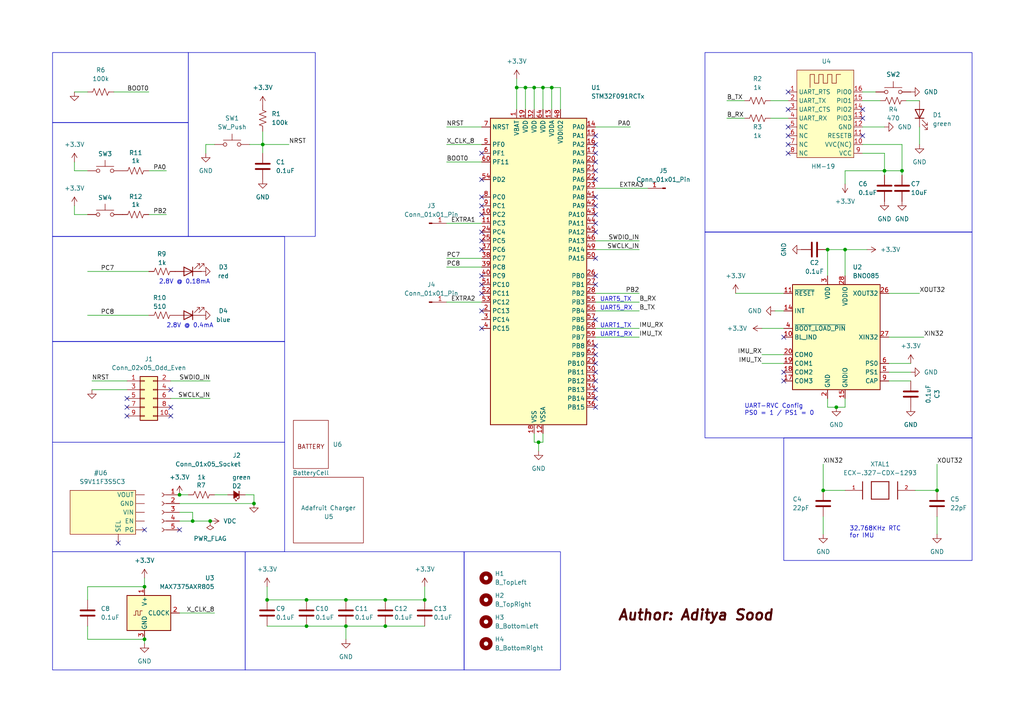
<source format=kicad_sch>
(kicad_sch (version 20230121) (generator eeschema)
  (paper "A4")
  (title_block (title "Swipe Stack Glove") (date "2024-02-12") (rev "3"))
  (lib_symbols
    (symbol "Connector:Conn_01x01_Pin" (pin_names (offset 1.016) hide)
      (property "Reference" "J" (at 0 2.54 0))
      (property "Value" "Conn_01x01_Pin" (at 0 -2.54 0))
      (symbol "Conn_01x01_Pin_1_1"
        (polyline (pts (xy 1.27 0) (xy 0.8636 0)) (stroke (width 0.1524)))
        (rectangle (start 0.8636 0.127) (end 0 -0.127) (stroke (width 0.1524)) (fill (type outline)))
        (pin passive line (at 5.08 0 180) (length 3.81) (name "Pin_1") (number "1"))
      )
    )
    (symbol "Connector:Conn_01x05_Socket" (pin_names (offset 1.016) hide)
      (property "Reference" "J" (at 0 7.62 0))
      (property "Value" "Conn_01x05_Socket" (at 0 -7.62 0))
      (symbol "Conn_01x05_Socket_1_1"
        (arc (start 0 -4.572) (mid -0.5058 -5.08) (end 0 -5.588) (stroke (width 0.1524)))
        (arc (start 0 -2.032) (mid -0.5058 -2.54) (end 0 -3.048) (stroke (width 0.1524)))
        (polyline (pts (xy -1.27 -5.08) (xy -0.508 -5.08)) (stroke (width 0.1524)))
        (polyline (pts (xy -1.27 -2.54) (xy -0.508 -2.54)) (stroke (width 0.1524)))
        (polyline (pts (xy -1.27 0) (xy -0.508 0)) (stroke (width 0.1524)))
        (polyline (pts (xy -1.27 2.54) (xy -0.508 2.54)) (stroke (width 0.1524)))
        (polyline (pts (xy -1.27 5.08) (xy -0.508 5.08)) (stroke (width 0.1524)))
        (arc (start 0 0.508) (mid -0.5058 0) (end 0 -0.508) (stroke (width 0.1524)))
        (arc (start 0 3.048) (mid -0.5058 2.54) (end 0 2.032) (stroke (width 0.1524)))
        (arc (start 0 5.588) (mid -0.5058 5.08) (end 0 4.572) (stroke (width 0.1524)))
        (pin passive line (at -5.08 5.08 0) (length 3.81) (name "Pin_1") (number "1"))
        (pin passive line (at -5.08 2.54 0) (length 3.81) (name "Pin_2") (number "2"))
        (pin passive line (at -5.08 0 0) (length 3.81) (name "Pin_3") (number "3"))
        (pin passive line (at -5.08 -2.54 0) (length 3.81) (name "Pin_4") (number "4"))
        (pin passive line (at -5.08 -5.08 0) (length 3.81) (name "Pin_5") (number "5"))
      )
    )
    (symbol "Connector_Generic:Conn_02x05_Odd_Even" (pin_names (offset 1.016) hide)
      (property "Reference" "J" (at 1.27 7.62 0))
      (property "Value" "Conn_02x05_Odd_Even" (at 1.27 -7.62 0))
      (symbol "Conn_02x05_Odd_Even_1_1"
        (rectangle (start -1.27 -4.953) (end 0 -5.207) (stroke (width 0.1524)))
        (rectangle (start -1.27 -2.413) (end 0 -2.667) (stroke (width 0.1524)))
        (rectangle (start -1.27 0.127) (end 0 -0.127) (stroke (width 0.1524)))
        (rectangle (start -1.27 2.667) (end 0 2.413) (stroke (width 0.1524)))
        (rectangle (start -1.27 5.207) (end 0 4.953) (stroke (width 0.1524)))
        (rectangle (start -1.27 6.35) (end 3.81 -6.35) (stroke (width 0.254)) (fill (type background)))
        (rectangle (start 3.81 -4.953) (end 2.54 -5.207) (stroke (width 0.1524)))
        (rectangle (start 3.81 -2.413) (end 2.54 -2.667) (stroke (width 0.1524)))
        (rectangle (start 3.81 0.127) (end 2.54 -0.127) (stroke (width 0.1524)))
        (rectangle (start 3.81 2.667) (end 2.54 2.413) (stroke (width 0.1524)))
        (rectangle (start 3.81 5.207) (end 2.54 4.953) (stroke (width 0.1524)))
        (pin passive line (at -5.08 5.08 0) (length 3.81) (name "Pin_1") (number "1"))
        (pin passive line (at 7.62 -5.08 180) (length 3.81) (name "Pin_10") (number "10"))
        (pin passive line (at 7.62 5.08 180) (length 3.81) (name "Pin_2") (number "2"))
        (pin passive line (at -5.08 2.54 0) (length 3.81) (name "Pin_3") (number "3"))
        (pin passive line (at 7.62 2.54 180) (length 3.81) (name "Pin_4") (number "4"))
        (pin passive line (at -5.08 0 0) (length 3.81) (name "Pin_5") (number "5"))
        (pin passive line (at 7.62 0 180) (length 3.81) (name "Pin_6") (number "6"))
        (pin passive line (at -5.08 -2.54 0) (length 3.81) (name "Pin_7") (number "7"))
        (pin passive line (at 7.62 -2.54 180) (length 3.81) (name "Pin_8") (number "8"))
        (pin passive line (at -5.08 -5.08 0) (length 3.81) (name "Pin_9") (number "9"))
      )
    )
    (symbol "Device:C" (pin_numbers hide) (pin_names (offset 0.254))
      (property "Reference" "C" (at 0.635 2.54 0))
      (property "Value" "C" (at 0.635 -2.54 0))
      (symbol "C_0_1"
        (polyline (pts (xy -2.032 -0.762) (xy 2.032 -0.762)) (stroke (width 0.508)))
        (polyline (pts (xy -2.032 0.762) (xy 2.032 0.762)) (stroke (width 0.508)))
      )
      (symbol "C_1_1"
        (pin passive line (at 0 3.81 270) (length 2.794) (name "~") (number "1"))
        (pin passive line (at 0 -3.81 90) (length 2.794) (name "~") (number "2"))
      )
    )
    (symbol "Device:LED" (pin_numbers hide) (pin_names (offset 1.016) hide)
      (property "Reference" "D" (at 0 2.54 0))
      (property "Value" "LED" (at 0 -2.54 0))
      (symbol "LED_0_1"
        (polyline (pts (xy -1.27 -1.27) (xy -1.27 1.27)) (stroke (width 0.254)))
        (polyline (pts (xy -1.27 0) (xy 1.27 0)))
        (polyline (pts (xy 1.27 -1.27) (xy 1.27 1.27) (xy -1.27 0) (xy 1.27 -1.27)) (stroke (width 0.254)))
        (polyline (pts (xy -3.048 -0.762) (xy -4.572 -2.286) (xy -3.81 -2.286) (xy -4.572 -2.286) (xy -4.572 -1.524)))
        (polyline (pts (xy -1.778 -0.762) (xy -3.302 -2.286) (xy -2.54 -2.286) (xy -3.302 -2.286) (xy -3.302 -1.524)))
      )
      (symbol "LED_1_1"
        (pin passive line (at -3.81 0 0) (length 2.54) (name "K") (number "1"))
        (pin passive line (at 3.81 0 180) (length 2.54) (name "A") (number "2"))
      )
    )
    (symbol "Device:R_US" (pin_numbers hide) (pin_names (offset 0))
      (property "Reference" "R" (at 2.54 0 90))
      (property "Value" "R_US" (at -2.54 0 90))
      (symbol "R_US_0_1"
        (polyline (pts (xy 0 -2.286) (xy 0 -2.54)))
        (polyline (pts (xy 0 2.286) (xy 0 2.54)))
        (polyline (pts (xy 0 -0.762) (xy 1.016 -1.143) (xy 0 -1.524) (xy -1.016 -1.905) (xy 0 -2.286)))
        (polyline (pts (xy 0 0.762) (xy 1.016 0.381) (xy 0 0) (xy -1.016 -0.381) (xy 0 -0.762)))
        (polyline (pts (xy 0 2.286) (xy 1.016 1.905) (xy 0 1.524) (xy -1.016 1.143) (xy 0 0.762)))
      )
      (symbol "R_US_1_1"
        (pin passive line (at 0 3.81 270) (length 1.27) (name "~") (number "1"))
        (pin passive line (at 0 -3.81 90) (length 1.27) (name "~") (number "2"))
      )
    )
    (symbol "ECX-.327-CDX-1293:ECX-.327-CDX-1293" (pin_names (offset 1.016))
      (property "Reference" "XTAL" (at -5.08 3.302 0))
      (property "Value" "ECX-.327-CDX-1293" (at -5.08 -5.08 0))
      (symbol "ECX-.327-CDX-1293_0_0"
        (polyline (pts (xy -5.08 2.54) (xy -5.08 -2.54)) (stroke (width 0.254)))
        (polyline (pts (xy -2.54 -2.54) (xy 2.54 -2.54)) (stroke (width 0.254)))
        (polyline (pts (xy -2.54 2.54) (xy -2.54 -2.54)) (stroke (width 0.254)))
        (polyline (pts (xy 2.54 -2.54) (xy 2.54 2.54)) (stroke (width 0.254)))
        (polyline (pts (xy 2.54 2.54) (xy -2.54 2.54)) (stroke (width 0.254)))
        (polyline (pts (xy 5.08 2.54) (xy 5.08 -2.54)) (stroke (width 0.254)))
        (pin passive line (at -10.16 0 0) (length 5.08) (name "~") (number "1"))
        (pin passive line (at 10.16 0 180) (length 5.08) (name "~") (number "2"))
      )
    )
    (symbol "GlovePCB:USB_Charger"
      (property "Reference" "U5" (at -1.27 7.62 0))
      (property "Value" "Adafruit Charger" (at 0 10.16 0))
      (symbol "USB_Charger_0_1"
        (rectangle (start -10.16 19.05) (end 10.16 0))
      )
    )
    (symbol "GlovePCB:battery_cell"
      (property "Reference" "U" (at 0 0 0))
      (symbol "battery_cell_0_1"
        (rectangle (start -5.08 15.24) (end 5.08 1.27))
      )
      (symbol "battery_cell_1_1"
        (text "BATTERY" (at 0 7.62 0) (effects (font (size 1.27 1.27))))
      )
    )
    (symbol "HM-19_1"
      (property "Reference" "U4" (at -0.3326 16.51 0))
      (property "Value" "HM-19" (at -1.27 -13.97 0))
      (symbol "HM-19_1_1_1"
        (rectangle (start -8.89 13.97) (end 7.62 -11.43) (fill (type background)))
        (polyline (pts (xy -5.08 8.89) (xy -5.08 12.7) (xy -3.81 12.7) (xy -3.81 10.16) (xy -2.54 10.16) (xy -2.54 12.7) (xy -1.27 12.7) (xy -1.27 10.16) (xy 0 10.16) (xy 0 12.7) (xy 1.27 12.7) (xy 1.27 10.16) (xy 2.54 10.16) (xy 2.54 12.7) (xy 3.81 12.7)))
        (pin input line (at -11.43 7.62 0) (length 2.54) (name "UART_RTS") (number "1"))
        (pin power_in line (at 10.16 -7.62 180) (length 2.54) (name "VVC(NC)") (number "10"))
        (pin free line (at 10.16 -5.08 180) (length 2.54) (name "RESETB") (number "11"))
        (pin power_in line (at 10.16 -2.54 180) (length 2.54) (name "GND") (number "12"))
        (pin bidirectional line (at 10.16 0 180) (length 2.54) (name "PIO3") (number "13"))
        (pin bidirectional line (at 10.16 2.54 180) (length 2.54) (name "PIO2") (number "14"))
        (pin bidirectional line (at 10.16 5.08 180) (length 2.54) (name "PIO1") (number "15"))
        (pin bidirectional line (at 10.16 7.62 180) (length 2.54) (name "PIO0") (number "16"))
        (pin output line (at -11.43 5.08 0) (length 2.54) (name "UART_TX") (number "2"))
        (pin input line (at -11.43 2.54 0) (length 2.54) (name "UART_CTS") (number "3"))
        (pin input line (at -11.43 0 0) (length 2.54) (name "UART_RX") (number "4"))
        (pin input line (at -11.43 -2.54 0) (length 2.54) (name "NC") (number "5"))
        (pin input line (at -11.43 -5.08 0) (length 2.54) (name "NC") (number "6"))
        (pin input line (at -11.43 -7.62 0) (length 2.54) (name "NC") (number "7"))
        (pin input line (at -11.43 -10.16 0) (length 2.54) (name "NC") (number "8"))
        (pin power_in line (at 10.16 -10.16 180) (length 2.54) (name "VCC") (number "9"))
      )
    )
    (symbol "IMU:V_Regulator"
      (property "Reference" "U6" (at 0 10.16 0))
      (property "Value" "Voltage Regulator" (at 0 15.24 0))
      (symbol "V_Regulator_1_1"
        (rectangle (start -8.89 12.7) (end 10.16 0) (fill (type background)))
        (pin bidirectional line (at 12.7 3.81 180) (length 2.54) (name "EN") (number ""))
        (pin power_in line (at 12.7 8.89 180) (length 2.54) (name "GND") (number ""))
        (pin bidirectional line (at 12.7 1.27 180) (length 2.54) (name "PG") (number ""))
        (pin bidirectional line (at 5.08 -2.54 90) (length 2.54) (name "SEL") (number ""))
        (pin bidirectional line (at 12.7 6.35 180) (length 2.54) (name "VIN") (number ""))
        (pin power_out line (at 12.7 11.43 180) (length 2.54) (name "VOUT") (number ""))
      )
    )
    (symbol "MCU_ST_STM32F0:STM32F091RCTx"
      (property "Reference" "U" (at -12.7 46.99 0))
      (property "Value" "STM32F091RCTx" (at 10.16 46.99 0))
      (symbol "STM32F091RCTx_0_1"
        (rectangle (start -12.7 -43.18) (end 15.24 45.72) (stroke (width 0.254)) (fill (type background)))
      )
      (symbol "STM32F091RCTx_1_1"
        (pin power_in line (at -5.08 48.26 270) (length 2.54) (name "VBAT") (number "1"))
        (pin bidirectional line (at -15.24 17.78 0) (length 2.54) (name "PC2") (number "10"))
        (pin bidirectional line (at -15.24 15.24 0) (length 2.54) (name "PC3") (number "11"))
        (pin power_in line (at 2.54 -45.72 90) (length 2.54) (name "VSSA") (number "12"))
        (pin power_in line (at 5.08 48.26 270) (length 2.54) (name "VDDA") (number "13"))
        (pin bidirectional line (at 17.78 43.18 180) (length 2.54) (name "PA0") (number "14"))
        (pin bidirectional line (at 17.78 40.64 180) (length 2.54) (name "PA1") (number "15"))
        (pin bidirectional line (at 17.78 38.1 180) (length 2.54) (name "PA2") (number "16"))
        (pin bidirectional line (at 17.78 35.56 180) (length 2.54) (name "PA3") (number "17"))
        (pin power_in line (at 0 -45.72 90) (length 2.54) (name "VSS") (number "18"))
        (pin power_in line (at -2.54 48.26 270) (length 2.54) (name "VDD") (number "19"))
        (pin bidirectional line (at -15.24 -10.16 0) (length 2.54) (name "PC13") (number "2"))
        (pin bidirectional line (at 17.78 33.02 180) (length 2.54) (name "PA4") (number "20"))
        (pin bidirectional line (at 17.78 30.48 180) (length 2.54) (name "PA5") (number "21"))
        (pin bidirectional line (at 17.78 27.94 180) (length 2.54) (name "PA6") (number "22"))
        (pin bidirectional line (at 17.78 25.4 180) (length 2.54) (name "PA7") (number "23"))
        (pin bidirectional line (at -15.24 12.7 0) (length 2.54) (name "PC4") (number "24"))
        (pin bidirectional line (at -15.24 10.16 0) (length 2.54) (name "PC5") (number "25"))
        (pin bidirectional line (at 17.78 0 180) (length 2.54) (name "PB0") (number "26"))
        (pin bidirectional line (at 17.78 -2.54 180) (length 2.54) (name "PB1") (number "27"))
        (pin bidirectional line (at 17.78 -5.08 180) (length 2.54) (name "PB2") (number "28"))
        (pin bidirectional line (at 17.78 -25.4 180) (length 2.54) (name "PB10") (number "29"))
        (pin bidirectional line (at -15.24 -12.7 0) (length 2.54) (name "PC14") (number "3"))
        (pin bidirectional line (at 17.78 -27.94 180) (length 2.54) (name "PB11") (number "30"))
        (pin passive line (at 0 -45.72 90) (length 2.54) hide (name "VSS") (number "31"))
        (pin power_in line (at 0 48.26 270) (length 2.54) (name "VDD") (number "32"))
        (pin bidirectional line (at 17.78 -30.48 180) (length 2.54) (name "PB12") (number "33"))
        (pin bidirectional line (at 17.78 -33.02 180) (length 2.54) (name "PB13") (number "34"))
        (pin bidirectional line (at 17.78 -35.56 180) (length 2.54) (name "PB14") (number "35"))
        (pin bidirectional line (at 17.78 -38.1 180) (length 2.54) (name "PB15") (number "36"))
        (pin bidirectional line (at -15.24 7.62 0) (length 2.54) (name "PC6") (number "37"))
        (pin bidirectional line (at -15.24 5.08 0) (length 2.54) (name "PC7") (number "38"))
        (pin bidirectional line (at -15.24 2.54 0) (length 2.54) (name "PC8") (number "39"))
        (pin bidirectional line (at -15.24 -15.24 0) (length 2.54) (name "PC15") (number "4"))
        (pin bidirectional line (at -15.24 0 0) (length 2.54) (name "PC9") (number "40"))
        (pin bidirectional line (at 17.78 22.86 180) (length 2.54) (name "PA8") (number "41"))
        (pin bidirectional line (at 17.78 20.32 180) (length 2.54) (name "PA9") (number "42"))
        (pin bidirectional line (at 17.78 17.78 180) (length 2.54) (name "PA10") (number "43"))
        (pin bidirectional line (at 17.78 15.24 180) (length 2.54) (name "PA11") (number "44"))
        (pin bidirectional line (at 17.78 12.7 180) (length 2.54) (name "PA12") (number "45"))
        (pin bidirectional line (at 17.78 10.16 180) (length 2.54) (name "PA13") (number "46"))
        (pin passive line (at 0 -45.72 90) (length 2.54) hide (name "VSS") (number "47"))
        (pin power_in line (at 7.62 48.26 270) (length 2.54) (name "VDDIO2") (number "48"))
        (pin bidirectional line (at 17.78 7.62 180) (length 2.54) (name "PA14") (number "49"))
        (pin bidirectional line (at -15.24 38.1 0) (length 2.54) (name "PF0") (number "5"))
        (pin bidirectional line (at 17.78 5.08 180) (length 2.54) (name "PA15") (number "50"))
        (pin bidirectional line (at -15.24 -2.54 0) (length 2.54) (name "PC10") (number "51"))
        (pin bidirectional line (at -15.24 -5.08 0) (length 2.54) (name "PC11") (number "52"))
        (pin bidirectional line (at -15.24 -7.62 0) (length 2.54) (name "PC12") (number "53"))
        (pin bidirectional line (at -15.24 27.94 0) (length 2.54) (name "PD2") (number "54"))
        (pin bidirectional line (at 17.78 -7.62 180) (length 2.54) (name "PB3") (number "55"))
        (pin bidirectional line (at 17.78 -10.16 180) (length 2.54) (name "PB4") (number "56"))
        (pin bidirectional line (at 17.78 -12.7 180) (length 2.54) (name "PB5") (number "57"))
        (pin bidirectional line (at 17.78 -15.24 180) (length 2.54) (name "PB6") (number "58"))
        (pin bidirectional line (at 17.78 -17.78 180) (length 2.54) (name "PB7") (number "59"))
        (pin bidirectional line (at -15.24 35.56 0) (length 2.54) (name "PF1") (number "6"))
        (pin bidirectional line (at -15.24 33.02 0) (length 2.54) (name "PF11") (number "60"))
        (pin bidirectional line (at 17.78 -20.32 180) (length 2.54) (name "PB8") (number "61"))
        (pin bidirectional line (at 17.78 -22.86 180) (length 2.54) (name "PB9") (number "62"))
        (pin passive line (at 0 -45.72 90) (length 2.54) hide (name "VSS") (number "63"))
        (pin power_in line (at 2.54 48.26 270) (length 2.54) (name "VDD") (number "64"))
        (pin input line (at -15.24 43.18 0) (length 2.54) (name "NRST") (number "7"))
        (pin bidirectional line (at -15.24 22.86 0) (length 2.54) (name "PC0") (number "8"))
        (pin bidirectional line (at -15.24 20.32 0) (length 2.54) (name "PC1") (number "9"))
      )
    )
    (symbol "Mechanical:MountingHole" (pin_names (offset 1.016))
      (property "Reference" "H" (at 0 5.08 0))
      (property "Value" "MountingHole" (at 0 3.175 0))
      (symbol "MountingHole_0_1"
        (circle (center 0 0) (radius 1.27) (stroke (width 1.27)))
      )
    )
    (symbol "Oscillator:MAX7375AXR805" (pin_names (offset 0.254))
      (property "Reference" "U" (at -2.54 6.35 0))
      (property "Value" "MAX7375AXR805" (at 1.27 -6.35 0))
      (symbol "MAX7375AXR805_0_1"
        (rectangle (start -5.08 5.08) (end 7.62 -5.08) (stroke (width 0.254)) (fill (type background)))
        (polyline (pts (xy -3.175 -0.635) (xy -2.54 -0.635) (xy -2.54 0.635) (xy -1.905 0.635) (xy -1.905 -0.635) (xy -1.27 -0.635) (xy -1.27 0.635) (xy -0.635 0.635)))
      )
      (symbol "MAX7375AXR805_1_1"
        (pin power_in line (at 0 7.62 270) (length 2.54) (name "V+") (number "1"))
        (pin output line (at 10.16 0 180) (length 2.54) (name "CLOCK") (number "2"))
        (pin power_in line (at 0 -7.62 90) (length 2.54) (name "GND") (number "3"))
      )
    )
    (symbol "Sensor_Motion:BNO055"
      (property "Reference" "U" (at -11.43 16.51 0))
      (property "Value" "BNO055" (at 12.7 16.51 0))
      (symbol "BNO055_0_1"
        (rectangle (start -12.7 15.24) (end 12.7 -15.24) (stroke (width 0.254)) (fill (type background)))
      )
      (symbol "BNO055_1_1"
        (pin no_connect line (at -12.7 10.16 0) (length 2.54) hide (name "PIN1") (number "1"))
        (pin output line (at -15.24 0 0) (length 2.54) (name "BL_IND") (number "10"))
        (pin input line (at -15.24 12.7 0) (length 2.54) (name "~{RESET}") (number "11"))
        (pin no_connect line (at 12.7 10.16 180) (length 2.54) hide (name "PIN12") (number "12"))
        (pin no_connect line (at 12.7 7.62 180) (length 2.54) hide (name "PIN13") (number "13"))
        (pin output line (at -15.24 7.62 0) (length 2.54) (name "INT") (number "14"))
        (pin power_in line (at 2.54 -17.78 90) (length 2.54) (name "GNDIO") (number "15"))
        (pin passive line (at 2.54 -17.78 90) (length 2.54) hide (name "GNDIO") (number "16"))
        (pin input line (at -15.24 -12.7 0) (length 2.54) (name "COM3") (number "17"))
        (pin passive line (at -15.24 -10.16 0) (length 2.54) (name "COM2") (number "18"))
        (pin bidirectional line (at -15.24 -7.62 0) (length 2.54) (name "COM1") (number "19"))
        (pin power_in line (at -2.54 -17.78 90) (length 2.54) (name "GND") (number "2"))
        (pin bidirectional line (at -15.24 -5.08 0) (length 2.54) (name "COM0") (number "20"))
        (pin no_connect line (at 12.7 5.08 180) (length 2.54) hide (name "PIN21") (number "21"))
        (pin no_connect line (at 12.7 2.54 180) (length 2.54) hide (name "PIN22") (number "22"))
        (pin no_connect line (at 12.7 -2.54 180) (length 2.54) hide (name "PIN23") (number "23"))
        (pin no_connect line (at 12.7 -5.08 180) (length 2.54) hide (name "PIN24") (number "24"))
        (pin passive line (at 2.54 -17.78 90) (length 2.54) hide (name "GNDIO") (number "25"))
        (pin output line (at 15.24 12.7 180) (length 2.54) (name "XOUT32") (number "26"))
        (pin input line (at 15.24 0 180) (length 2.54) (name "XIN32") (number "27"))
        (pin power_in line (at 2.54 17.78 270) (length 2.54) (name "VDDIO") (number "28"))
        (pin power_in line (at -2.54 17.78 270) (length 2.54) (name "VDD") (number "3"))
        (pin input line (at -15.24 2.54 0) (length 2.54) (name "~{BOOT_LOAD_PIN}") (number "4"))
        (pin input line (at 15.24 -10.16 180) (length 2.54) (name "PS1") (number "5"))
        (pin input line (at 15.24 -7.62 180) (length 2.54) (name "PS0") (number "6"))
        (pin no_connect line (at -12.7 5.08 0) (length 2.54) hide (name "PIN7") (number "7"))
        (pin no_connect line (at -12.7 -2.54 0) (length 2.54) hide (name "PIN8") (number "8"))
        (pin passive line (at 15.24 -12.7 180) (length 2.54) (name "CAP") (number "9"))
      )
    )
    (symbol "Switch:SW_Push" (pin_numbers hide) (pin_names (offset 1.016) hide)
      (property "Reference" "SW" (at 1.27 2.54 0))
      (property "Value" "SW_Push" (at 0 -1.524 0))
      (symbol "SW_Push_0_1"
        (circle (center -2.032 0) (radius 0.508))
        (polyline (pts (xy 0 1.27) (xy 0 3.048)))
        (polyline (pts (xy 2.54 1.27) (xy -2.54 1.27)))
        (circle (center 2.032 0) (radius 0.508))
        (pin passive line (at -5.08 0 0) (length 2.54) (name "1") (number "1"))
        (pin passive line (at 5.08 0 180) (length 2.54) (name "2") (number "2"))
      )
    )
    (symbol "power:+3.3V" (power) (pin_names (offset 0))
      (property "Value" "+3.3V" (at 0 3.556 0))
      (symbol "+3.3V_0_1"
        (polyline (pts (xy -0.762 1.27) (xy 0 2.54)))
        (polyline (pts (xy 0 0) (xy 0 2.54)))
        (polyline (pts (xy 0 2.54) (xy 0.762 1.27)))
      )
      (symbol "+3.3V_1_1"
        (pin power_in line (at 0 0 90) (length 0) hide (name "+3.3V") (number "1"))
      )
    )
    (symbol "power:GND" (power) (pin_names (offset 0))
      (property "Value" "GND" (at 0 -3.81 0))
      (symbol "GND_0_1"
        (polyline (pts (xy 0 0) (xy 0 -1.27) (xy 1.27 -1.27) (xy 0 -2.54) (xy -1.27 -1.27) (xy 0 -1.27)))
      )
      (symbol "GND_1_1"
        (pin power_in line (at 0 0 270) (length 0) hide (name "GND") (number "1"))
      )
    )
    (symbol "power:PWR_FLAG" (power) (pin_numbers hide) (pin_names (offset 0) hide)
      (property "Value" "PWR_FLAG" (at 0 3.81 0))
      (symbol "PWR_FLAG_0_0"
        (pin power_out line (at 0 0 90) (length 0) (name "pwr") (number "1"))
      )
      (symbol "PWR_FLAG_0_1"
        (polyline (pts (xy 0 0) (xy 0 1.27) (xy -1.016 1.905) (xy 0 2.54) (xy 1.016 1.905) (xy 0 1.27)))
      )
    )
    (symbol "power:VDC" (power) (pin_names (offset 0))
      (property "Value" "VDC" (at 0 6.35 0))
      (symbol "VDC_0_1"
        (polyline (pts (xy -0.762 1.27) (xy 0 2.54)))
        (polyline (pts (xy 0 0) (xy 0 2.54)))
        (polyline (pts (xy 0 2.54) (xy 0.762 1.27)))
      )
      (symbol "VDC_1_1"
        (pin power_in line (at 0 0 90) (length 0) hide (name "VDC") (number "1"))
      )
    )
    (symbol "stm32f091-rescue:LED_Small_ALT-Device" (pin_numbers hide) (pin_names (offset 0.254) hide)
      (property "Reference" "D" (at -1.27 3.175 0))
      (property "Value" "Device_LED_Small_ALT" (at -4.445 -2.54 0))
      (symbol "LED_Small_ALT-Device_0_1"
        (polyline (pts (xy -0.762 -1.016) (xy -0.762 1.016)) (stroke (width 0.254)))
        (polyline (pts (xy 1.016 0) (xy -0.762 0)))
        (polyline (pts (xy 0.762 -1.016) (xy -0.762 0) (xy 0.762 1.016) (xy 0.762 -1.016)) (stroke (width 0.254)) (fill (type outline)))
        (polyline (pts (xy 0 0.762) (xy -0.508 1.27) (xy -0.254 1.27) (xy -0.508 1.27) (xy -0.508 1.016)))
        (polyline (pts (xy 0.508 1.27) (xy 0 1.778) (xy 0.254 1.778) (xy 0 1.778) (xy 0 1.524)))
      )
      (symbol "LED_Small_ALT-Device_1_1"
        (pin passive line (at -2.54 0 0) (length 1.778) (name "K") (number "1"))
        (pin passive line (at 2.54 0 180) (length 1.778) (name "A") (number "2"))
      )
    )
  )
  (junction (at 88.9 181.61))
  (junction (at 240.03 72.39))
  (junction (at 55.88 151.13))
  (junction (at 160.02 25.4))
  (junction (at 149.86 25.4))
  (junction (at 157.48 25.4))
  (junction (at 242.57 118.11))
  (junction (at 156.21 128.27))
  (junction (at 256.54 49.53))
  (junction (at 271.78 142.24))
  (junction (at 154.94 25.4))
  (junction (at 100.33 173.99))
  (junction (at 41.91 185.42))
  (junction (at 77.47 173.99))
  (junction (at 76.2 41.91))
  (junction (at 123.19 173.99))
  (junction (at 111.76 173.99))
  (junction (at 88.9 173.99))
  (junction (at 73.66 146.05))
  (junction (at 52.07 143.51))
  (junction (at 245.11 72.39))
  (junction (at 111.76 181.61))
  (junction (at 41.91 170.18))
  (junction (at 238.76 142.24))
  (junction (at 60.96 151.13))
  (junction (at 261.62 49.53))
  (junction (at 152.4 25.4))
  (junction (at 100.33 181.61))
  (no_connect (at 172.72 62.23))
  (no_connect (at 172.72 57.15))
  (no_connect (at 139.7 95.25))
  (no_connect (at 227.33 107.95))
  (no_connect (at 228.6 26.67))
  (no_connect (at 139.7 62.23))
  (no_connect (at 172.72 105.41))
  (no_connect (at 139.7 85.09))
  (no_connect (at 172.72 82.55))
  (no_connect (at 250.19 34.29))
  (no_connect (at 36.83 118.11))
  (no_connect (at 41.91 153.67))
  (no_connect (at 139.7 72.39))
  (no_connect (at 139.7 80.01))
  (no_connect (at 139.7 52.07))
  (no_connect (at 228.6 36.83))
  (no_connect (at 172.72 92.71))
  (no_connect (at 250.19 39.37))
  (no_connect (at 172.72 115.57))
  (no_connect (at 139.7 69.85))
  (no_connect (at 139.7 44.45))
  (no_connect (at 172.72 41.91))
  (no_connect (at 172.72 39.37))
  (no_connect (at 172.72 74.93))
  (no_connect (at 172.72 44.45))
  (no_connect (at 172.72 107.95))
  (no_connect (at 227.33 97.79))
  (no_connect (at 139.7 82.55))
  (no_connect (at 172.72 118.11))
  (no_connect (at 227.33 110.49))
  (no_connect (at 172.72 52.07))
  (no_connect (at 228.6 31.75))
  (no_connect (at 172.72 102.87))
  (no_connect (at 36.83 120.65))
  (no_connect (at 172.72 113.03))
  (no_connect (at 52.07 153.67))
  (no_connect (at 172.72 64.77))
  (no_connect (at 49.53 118.11))
  (no_connect (at 49.53 113.03))
  (no_connect (at 49.53 120.65))
  (no_connect (at 172.72 110.49))
  (no_connect (at 139.7 57.15))
  (no_connect (at 172.72 67.31))
  (no_connect (at 228.6 44.45))
  (no_connect (at 250.19 31.75))
  (no_connect (at 172.72 80.01))
  (no_connect (at 228.6 39.37))
  (no_connect (at 228.6 41.91))
  (no_connect (at 139.7 59.69))
  (no_connect (at 139.7 90.17))
  (no_connect (at 172.72 100.33))
  (no_connect (at 139.7 67.31))
  (no_connect (at 34.29 157.48))
  (no_connect (at 172.72 46.99))
  (no_connect (at 172.72 59.69))
  (no_connect (at 172.72 49.53))
  (no_connect (at 36.83 115.57))
  (wire (pts (xy 257.81 105.41) (xy 264.16 105.41)))
  (wire (pts (xy 224.79 90.17) (xy 227.33 90.17)))
  (wire (pts (xy 210.82 29.21) (xy 215.9 29.21)))
  (wire (pts (xy 73.66 143.51) (xy 73.66 146.05)))
  (wire (pts (xy 250.19 26.67) (xy 254 26.67)))
  (wire (pts (xy 156.21 128.27) (xy 157.48 128.27)))
  (wire (pts (xy 43.18 62.23) (xy 48.26 62.23)))
  (wire (pts (xy 100.33 173.99) (xy 111.76 173.99)))
  (wire (pts (xy 160.02 25.4) (xy 162.56 25.4)))
  (wire (pts (xy 250.19 29.21) (xy 255.27 29.21)))
  (wire (pts (xy 72.39 41.91) (xy 76.2 41.91)))
  (wire (pts (xy 71.12 143.51) (xy 73.66 143.51)))
  (wire (pts (xy 240.03 72.39) (xy 245.11 72.39)))
  (wire (pts (xy 129.54 41.91) (xy 139.7 41.91)))
  (wire (pts (xy 52.07 146.05) (xy 73.66 146.05)))
  (wire (pts (xy 157.48 25.4) (xy 160.02 25.4)))
  (wire (pts (xy 25.4 170.18) (xy 25.4 173.99)))
  (wire (pts (xy 172.72 97.79) (xy 185.42 97.79)))
  (wire (pts (xy 100.33 181.61) (xy 100.33 185.42)))
  (wire (pts (xy 26.67 113.03) (xy 36.83 113.03)))
  (wire (pts (xy 240.03 72.39) (xy 240.03 80.01)))
  (wire (pts (xy 213.36 85.09) (xy 227.33 85.09)))
  (wire (pts (xy 250.19 36.83) (xy 256.54 36.83)))
  (wire (pts (xy 245.11 72.39) (xy 251.46 72.39)))
  (wire (pts (xy 250.19 41.91) (xy 261.62 41.91)))
  (wire (pts (xy 262.89 29.21) (xy 266.7 29.21)))
  (wire (pts (xy 21.59 46.99) (xy 21.59 49.53)))
  (wire (pts (xy 157.48 125.73) (xy 157.48 128.27)))
  (wire (pts (xy 26.67 110.49) (xy 36.83 110.49)))
  (wire (pts (xy 172.72 85.09) (xy 185.42 85.09)))
  (wire (pts (xy 223.52 34.29) (xy 228.6 34.29)))
  (wire (pts (xy 172.72 95.25) (xy 185.42 95.25)))
  (wire (pts (xy 149.86 22.86) (xy 149.86 25.4)))
  (wire (pts (xy 152.4 31.75) (xy 152.4 25.4)))
  (wire (pts (xy 129.54 77.47) (xy 139.7 77.47)))
  (wire (pts (xy 33.02 26.67) (xy 43.18 26.67)))
  (wire (pts (xy 223.52 29.21) (xy 228.6 29.21)))
  (wire (pts (xy 220.98 95.25) (xy 227.33 95.25)))
  (wire (pts (xy 21.59 59.69) (xy 21.59 62.23)))
  (wire (pts (xy 238.76 134.62) (xy 238.76 142.24)))
  (wire (pts (xy 21.59 62.23) (xy 25.4 62.23)))
  (wire (pts (xy 172.72 54.61) (xy 187.96 54.61)))
  (wire (pts (xy 77.47 170.18) (xy 77.47 173.99)))
  (wire (pts (xy 156.21 128.27) (xy 156.21 130.81)))
  (wire (pts (xy 210.82 34.29) (xy 215.9 34.29)))
  (wire (pts (xy 172.72 36.83) (xy 182.88 36.83)))
  (wire (pts (xy 238.76 142.24) (xy 245.11 142.24)))
  (wire (pts (xy 265.43 142.24) (xy 271.78 142.24)))
  (wire (pts (xy 157.48 31.75) (xy 157.48 25.4)))
  (wire (pts (xy 238.76 149.86) (xy 238.76 154.94)))
  (wire (pts (xy 25.4 181.61) (xy 25.4 185.42)))
  (wire (pts (xy 257.81 97.79) (xy 267.97 97.79)))
  (wire (pts (xy 41.91 170.18) (xy 25.4 170.18)))
  (wire (pts (xy 88.9 181.61) (xy 100.33 181.61)))
  (wire (pts (xy 41.91 185.42) (xy 41.91 186.69)))
  (wire (pts (xy 172.72 87.63) (xy 185.42 87.63)))
  (wire (pts (xy 43.18 49.53) (xy 48.26 49.53)))
  (wire (pts (xy 154.94 125.73) (xy 154.94 128.27)))
  (wire (pts (xy 257.81 110.49) (xy 264.16 110.49)))
  (wire (pts (xy 76.2 41.91) (xy 76.2 44.45)))
  (wire (pts (xy 88.9 173.99) (xy 100.33 173.99)))
  (wire (pts (xy 41.91 167.64) (xy 41.91 170.18)))
  (wire (pts (xy 154.94 31.75) (xy 154.94 25.4)))
  (wire (pts (xy 266.7 36.83) (xy 266.7 41.91)))
  (wire (pts (xy 162.56 31.75) (xy 162.56 25.4)))
  (wire (pts (xy 240.03 118.11) (xy 242.57 118.11)))
  (wire (pts (xy 52.07 151.13) (xy 55.88 151.13)))
  (wire (pts (xy 55.88 151.13) (xy 60.96 151.13)))
  (wire (pts (xy 129.54 64.77) (xy 139.7 64.77)))
  (wire (pts (xy 129.54 74.93) (xy 139.7 74.93)))
  (wire (pts (xy 152.4 25.4) (xy 154.94 25.4)))
  (wire (pts (xy 149.86 25.4) (xy 149.86 31.75)))
  (wire (pts (xy 21.59 26.67) (xy 25.4 26.67)))
  (wire (pts (xy 111.76 181.61) (xy 123.19 181.61)))
  (wire (pts (xy 240.03 115.57) (xy 240.03 118.11)))
  (wire (pts (xy 245.11 115.57) (xy 245.11 118.11)))
  (wire (pts (xy 172.72 69.85) (xy 185.42 69.85)))
  (wire (pts (xy 77.47 173.99) (xy 88.9 173.99)))
  (wire (pts (xy 129.54 36.83) (xy 139.7 36.83)))
  (wire (pts (xy 250.19 44.45) (xy 256.54 44.45)))
  (wire (pts (xy 172.72 90.17) (xy 185.42 90.17)))
  (wire (pts (xy 271.78 149.86) (xy 271.78 154.94)))
  (wire (pts (xy 245.11 49.53) (xy 245.11 53.34)))
  (wire (pts (xy 76.2 41.91) (xy 76.2 38.1)))
  (wire (pts (xy 100.33 181.61) (xy 111.76 181.61)))
  (wire (pts (xy 43.18 91.44) (xy 25.4 91.44)))
  (wire (pts (xy 261.62 41.91) (xy 261.62 49.53)))
  (wire (pts (xy 154.94 128.27) (xy 156.21 128.27)))
  (wire (pts (xy 52.07 143.51) (xy 54.61 143.51)))
  (wire (pts (xy 77.47 181.61) (xy 88.9 181.61)))
  (wire (pts (xy 149.86 25.4) (xy 152.4 25.4)))
  (wire (pts (xy 129.54 46.99) (xy 139.7 46.99)))
  (wire (pts (xy 111.76 173.99) (xy 123.19 173.99)))
  (wire (pts (xy 256.54 49.53) (xy 256.54 50.8)))
  (wire (pts (xy 25.4 185.42) (xy 41.91 185.42)))
  (wire (pts (xy 41.91 184.15) (xy 41.91 185.42)))
  (wire (pts (xy 271.78 134.62) (xy 271.78 142.24)))
  (wire (pts (xy 257.81 107.95) (xy 264.16 107.95)))
  (wire (pts (xy 154.94 25.4) (xy 157.48 25.4)))
  (wire (pts (xy 256.54 49.53) (xy 261.62 49.53)))
  (wire (pts (xy 129.54 87.63) (xy 139.7 87.63)))
  (wire (pts (xy 66.04 143.51) (xy 62.23 143.51)))
  (wire (pts (xy 55.88 148.59) (xy 55.88 151.13)))
  (wire (pts (xy 160.02 31.75) (xy 160.02 25.4)))
  (wire (pts (xy 21.59 49.53) (xy 25.4 49.53)))
  (wire (pts (xy 220.98 105.41) (xy 227.33 105.41)))
  (wire (pts (xy 257.81 85.09) (xy 266.7 85.09)))
  (wire (pts (xy 245.11 118.11) (xy 242.57 118.11)))
  (wire (pts (xy 261.62 49.53) (xy 261.62 50.8)))
  (wire (pts (xy 52.07 177.8) (xy 62.23 177.8)))
  (wire (pts (xy 76.2 41.91) (xy 83.82 41.91)))
  (wire (pts (xy 256.54 44.45) (xy 256.54 49.53)))
  (wire (pts (xy 49.53 110.49) (xy 60.96 110.49)))
  (wire (pts (xy 245.11 80.01) (xy 245.11 72.39)))
  (wire (pts (xy 62.23 41.91) (xy 59.69 41.91)))
  (wire (pts (xy 256.54 49.53) (xy 245.11 49.53)))
  (wire (pts (xy 59.69 41.91) (xy 59.69 44.45)))
  (wire (pts (xy 123.19 170.18) (xy 123.19 173.99)))
  (wire (pts (xy 52.07 148.59) (xy 55.88 148.59)))
  (wire (pts (xy 43.18 78.74) (xy 25.4 78.74)))
  (wire (pts (xy 172.72 72.39) (xy 185.42 72.39)))
  (wire (pts (xy 220.98 102.87) (xy 227.33 102.87)))
  (wire (pts (xy 49.53 115.57) (xy 60.96 115.57)))
  (rectangle (start 54.61 15.24) (end 91.44 68.58))
  (rectangle (start 15.24 160.02) (end 71.12 194.31))
  (rectangle (start 15.24 99.06) (end 82.55 128.27))
  (rectangle (start 15.24 15.24) (end 54.61 35.56))
  (rectangle (start 15.24 68.58) (end 82.55 99.06))
  (rectangle (start 15.24 128.27) (end 82.55 160.02))
  (rectangle (start 227.33 127) (end 281.94 162.56))
  (rectangle (start 71.12 160.02) (end 134.62 194.31))
  (rectangle (start 15.24 35.56) (end 54.61 68.58))
  (rectangle (start 134.62 160.02) (end 162.56 194.31))
  (rectangle (start 204.47 67.31) (end 281.94 127))
  (rectangle (start 204.47 15.24) (end 281.94 67.31))
  (text "UART5_RX\n" (at 173.99 90.17 0) (effects (font (size 1.27 1.27)) (justify left bottom)))
  (text "UART1_RX\n" (at 173.99 97.79 0) (effects (font (size 1.27 1.27)) (justify left bottom)))
  (text "32.768KHz RTC\nfor IMU" (at 246.38 156.21 0) (effects (font (size 1.27 1.27)) (justify left bottom)))
  (text "2.8V @ 0.18mA" (at 60.96 82.55 0) (effects (font (size 1.27 1.27)) (justify right bottom)))
  (text "UART1_TX\n" (at 173.99 95.25 0) (effects (font (size 1.27 1.27)) (justify left bottom)))
  (text "Author: Aditya Sood\n" (at 179.07 180.34 0) (effects (font (size 3 3) (thickness 0.6) bold italic) (justify left bottom)))
  (text "UART5_TX\n" (at 173.99 87.63 0) (effects (font (size 1.27 1.27)) (justify left bottom)))
  (text "2.8V @ 0.4mA" (at 48.26 95.25 0) (effects (font (size 1.27 1.27)) (justify left bottom)))
  (text "UART-RVC Config\nPS0 = 1 / PS1 = 0 " (at 215.9 120.65 0) (effects (font (size 1.27 1.27)) (justify left bottom)))
  (text "TODO:\n\nheartbeat LED\nsupply decaps\nextra GPIO" (at -34.29 85.09 0) (effects (font (size 3 3)) (justify left bottom)))
  (label "XOUT32" (at 266.7 85.09 0))
  (label "EXTRA2" (at 130.81 87.63 0))
  (label "XIN32" (at 238.76 134.62 0))
  (label "BOOT0" (at 129.54 46.99 0))
  (label "IMU_RX" (at 185.42 95.25 0))
  (label "EXTRA3" (at 186.69 54.61 180))
  (label "XOUT32" (at 271.78 134.62 0))
  (label "B_TX" (at 185.42 90.17 0))
  (label "IMU_TX" (at 220.98 105.41 180))
  (label "B_TX" (at 210.82 29.21 0))
  (label "X_CLK_8" (at 62.23 177.8 180))
  (label "BOOT0" (at 43.18 26.67 180))
  (label "PC8" (at 129.54 77.47 0))
  (label "PB2" (at 185.42 85.09 180))
  (label "NRST" (at 83.82 41.91 0))
  (label "SWDIO_IN" (at 60.96 110.49 180))
  (label "NRST" (at 26.67 110.49 0))
  (label "X_CLK_8" (at 129.54 41.91 0))
  (label "PC7" (at 29.21 78.74 0))
  (label "PA0" (at 182.88 36.83 180))
  (label "SWCLK_IN" (at 60.96 115.57 180))
  (label "EXTRA1" (at 130.81 64.77 0))
  (label "NRST" (at 129.54 36.83 0))
  (label "PA0" (at 44.45 49.53 0))
  (label "SWDIO_IN" (at 185.42 69.85 180))
  (label "IMU_TX" (at 185.42 97.79 0))
  (label "XIN32" (at 267.97 97.79 0))
  (label "B_RX" (at 185.42 87.63 0))
  (label "PC8" (at 29.21 91.44 0))
  (label "IMU_RX" (at 220.98 102.87 180))
  (label "PC7" (at 129.54 74.93 0))
  (label "B_RX" (at 210.82 34.29 0))
  (label "PB2" (at 44.45 62.23 0))
  (label "SWCLK_IN" (at 185.42 72.39 180))
  (symbol (lib_id "power:+3.3V") (at 264.16 105.41 0) (unit 1)
    (property "Reference" "#PWR08" (effects hide))
    (property "Value" "+3.3V" (at 264.16 100.33 0))
  )
  (symbol (lib_id "power:GND") (at 264.16 107.95 90) (unit 1)
    (property "Reference" "#PWR09" (effects hide))
    (property "Value" "GND" (at 267.97 107.95 90) (effects (justify right)))
  )
  (symbol (lib_id "Connector_Generic:Conn_02x05_Odd_Even") (at 41.91 115.57 0) (unit 1)
    (property "Reference" "J1" (at 43.18 104.14 0))
    (property "Value" "Conn_02x05_Odd_Even" (at 43.18 106.68 0))
    (property "Footprint" "Connector_IDC:IDC-Header_2x05_P2.54mm_Vertical" (effects hide))
  )
  (symbol (lib_id "Device:R_US") (at 46.99 78.74 270) (unit 1)
    (property "Reference" "R9" (at 48.26 73.66 90) (effects (justify right)))
    (property "Value" "1k" (at 48.26 76.2 90) (effects (justify right)))
    (property "Footprint" "LED_SMD:LED_0805_2012Metric_Pad1.15x1.40mm_HandSolder" (effects hide))
  )
  (symbol (lib_id "power:GND") (at 76.2 52.07 0) (unit 1)
    (property "Reference" "#PWR029" (effects hide))
    (property "Value" "GND" (at 76.2 57.15 0))
  )
  (symbol (lib_id "Sensor_Motion:BNO055") (at 242.57 97.79 0) (unit 1)
    (property "Reference" "U2" (at 247.3041 77.47 0) (effects (justify left)))
    (property "Value" "BNO085" (at 247.3041 80.01 0) (effects (justify left)))
    (property "Footprint" "Package_LGA:LGA-28_5.2x3.8mm_P0.5mm" (effects hide))
    (property "Datasheet" "https://www.bosch-sensortec.com/media/boschsensortec/downloads/datasheets/bst-bno055-ds000.pdf" (effects hide))
  )
  (symbol (lib_id "power:GND") (at 256.54 58.42 0) (unit 1)
    (property "Reference" "#PWR016" (effects hide))
    (property "Value" "GND" (at 256.54 63.5 0))
  )
  (symbol (lib_id "Mechanical:MountingHole") (at 140.97 180.34 0) (unit 1)
    (property "Reference" "H3" (at 143.51 179.07 0) (effects (justify left)))
    (property "Value" "B_BottomLeft" (at 143.51 181.61 0) (effects (justify left)))
    (property "Footprint" "MountingHole:MountingHole_2.5mm" (effects hide))
  )
  (symbol (lib_id "Mechanical:MountingHole") (at 140.97 186.69 0) (unit 1)
    (property "Reference" "H4" (at 143.51 185.42 0) (effects (justify left)))
    (property "Value" "B_BottomRight" (at 143.51 187.96 0) (effects (justify left)))
    (property "Footprint" "MountingHole:MountingHole_2.5mm" (effects hide))
  )
  (symbol (lib_id "power:+3.3V") (at 245.11 53.34 180) (unit 1)
    (property "Reference" "#PWR015" (effects hide))
    (property "Value" "+3.3V" (at 245.11 58.42 0))
  )
  (symbol (lib_id "stm32f091-rescue:LED_Small_ALT-Device") (at 68.58 143.51 180) (unit 1)
    (property "Reference" "D2" (at 67.31 140.97 0) (effects (justify right)))
    (property "Value" "green" (at 67.31 138.43 0) (effects (justify right)))
    (property "Footprint" "LED_SMD:LED_0805_2012Metric_Pad1.15x1.40mm_HandSolder" (effects hide))
  )
  (symbol (lib_id "Device:C") (at 236.22 72.39 90) (unit 1)
    (property "Reference" "C2" (at 236.22 76.2 90))
    (property "Value" "0.1uF" (at 236.22 78.74 90))
    (property "Footprint" "Capacitor_SMD:C_0805_2012Metric_Pad1.18x1.45mm_HandSolder" (effects hide))
  )
  (symbol (lib_id "power:GND") (at 73.66 146.05 0) (unit 1)
    (property "Reference" "#PWR035" (effects hide))
    (property "Value" "GND" (effects hide))
  )
  (symbol (lib_id "Device:R_US") (at 259.08 29.21 90) (unit 1)
    (property "Reference" "R4" (at 259.08 31.75 90))
    (property "Value" "470" (at 259.08 34.29 90))
    (property "Footprint" "Resistor_SMD:R_0805_2012Metric_Pad1.20x1.40mm_HandSolder" (effects hide))
  )
  (symbol (lib_id "Device:LED") (at 266.7 33.02 90) (unit 1)
    (property "Reference" "D1" (at 270.51 33.3375 90) (effects (justify right)))
    (property "Value" "green" (at 270.51 35.8775 90) (effects (justify right)))
    (property "Footprint" "LED_SMD:LED_0805_2012Metric_Pad1.15x1.40mm_HandSolder" (effects hide))
  )
  (symbol (lib_id "power:+3.3V") (at 52.07 143.51 0) (mirror y) (unit 1)
    (property "Reference" "#PWR030" (effects hide))
    (property "Value" "+3.3V" (at 52.07 138.43 0))
  )
  (symbol (lib_id "power:GND") (at 242.57 118.11 0) (unit 1)
    (property "Reference" "#PWR012" (effects hide))
    (property "Value" "GND" (at 242.57 123.19 0))
  )
  (symbol (lib_id "Device:C") (at 76.2 48.26 0) (unit 1)
    (property "Reference" "C1" (at 80.01 46.99 0) (effects (justify left)))
    (property "Value" "0.1uF" (at 80.01 49.53 0) (effects (justify left)))
    (property "Footprint" "Capacitor_SMD:C_0805_2012Metric_Pad1.18x1.45mm_HandSolder" (effects hide))
  )
  (symbol (lib_id "Device:C") (at 88.9 177.8 0) (unit 1)
    (property "Reference" "C10" (at 91.44 176.53 0) (effects (justify left)))
    (property "Value" "0.1uF" (at 91.44 179.07 0) (effects (justify left)))
    (property "Footprint" "Capacitor_SMD:C_0805_2012Metric_Pad1.18x1.45mm_HandSolder" (effects hide))
  )
  (symbol (lib_id "power:GND") (at 100.33 185.42 0) (unit 1)
    (property "Reference" "#PWR034" (effects hide))
    (property "Value" "GND" (at 100.33 190.5 0))
  )
  (symbol (lib_id "power:+3.3V") (at 77.47 170.18 0) (unit 1)
    (property "Reference" "#PWR014" (effects hide))
    (property "Value" "+3.3V" (at 77.47 165.1 0))
  )
  (symbol (lib_id "Device:C") (at 111.76 177.8 0) (unit 1)
    (property "Reference" "C12" (at 114.3 176.53 0) (effects (justify left)))
    (property "Value" "0.1uF" (at 114.3 179.07 0) (effects (justify left)))
    (property "Footprint" "Capacitor_SMD:C_0805_2012Metric_Pad1.18x1.45mm_HandSolder" (effects hide))
  )
  (symbol (lib_id "Switch:SW_Push") (at 259.08 26.67 0) (unit 1)
    (property "Reference" "SW2" (at 259.08 21.59 0))
    (property "Value" "SW_Push" (effects hide))
    (property "Footprint" "Button_Switch_SMD:SW_SPST_PTS645" (effects hide))
  )
  (symbol (lib_id "IMU:V_Regulator") (at 29.21 154.94 0) (unit 1)
    (property "Reference" "#U6" (at 29.21 137.16 0))
    (property "Value" " S9V11F3S5C3" (at 29.21 139.7 0))
  )
  (symbol (lib_id "power:+3.3V") (at 41.91 167.64 0) (unit 1)
    (property "Reference" "#PWR020" (effects hide))
    (property "Value" "+3.3V" (at 41.91 162.56 0))
  )
  (symbol (lib_id "power:PWR_FLAG") (at 60.96 151.13 180) (unit 1)
    (property "Reference" "#FLG02" (effects hide))
    (property "Value" "PWR_FLAG" (at 60.96 156.21 0))
  )
  (symbol (lib_id "power:GND") (at 224.79 90.17 270) (unit 1)
    (property "Reference" "#PWR032" (effects hide))
    (property "Value" "GND" (at 220.98 90.17 90) (effects (justify right)))
  )
  (symbol (lib_id "power:VDC") (at 60.96 151.13 270) (unit 1)
    (property "Reference" "#PWR036" (effects hide))
    (property "Value" "VDC" (at 64.77 151.13 90) (effects (justify left)))
  )
  (symbol (lib_id "power:+3.3V") (at 76.2 30.48 0) (unit 1)
    (property "Reference" "#PWR04" (effects hide))
    (property "Value" "+3.3V" (at 76.2 25.4 0))
  )
  (symbol (lib_id "power:GND") (at 256.54 36.83 90) (unit 1)
    (property "Reference" "#PWR033" (effects hide))
    (property "Value" "GND" (at 260.35 36.83 90) (effects (justify right)))
  )
  (symbol (lib_id "power:GND") (at 271.78 154.94 0) (unit 1)
    (property "Reference" "#PWR011" (effects hide))
    (property "Value" "GND" (at 271.78 160.02 0))
  )
  (symbol (lib_id "Connector:Conn_01x05_Socket") (at 46.99 148.59 0) (mirror y) (unit 1)
    (property "Reference" "J2" (at 69.85 132.08 0) (effects (justify left)))
    (property "Value" "Conn_01x05_Socket" (at 69.85 134.62 0) (effects (justify left)))
    (property "Footprint" "Connector_PinHeader_2.54mm:PinHeader_1x05_P2.54mm_Vertical" (effects hide))
  )
  (symbol (lib_id "Device:C") (at 256.54 54.61 0) (unit 1)
    (property "Reference" "C6" (at 248.92 53.34 0) (effects (justify left)))
    (property "Value" "0.1uF" (at 248.92 55.88 0) (effects (justify left)))
    (property "Footprint" "Capacitor_SMD:C_0805_2012Metric_Pad1.18x1.45mm_HandSolder" (effects hide))
  )
  (symbol (lib_id "power:+3.3V") (at 251.46 72.39 270) (unit 1)
    (property "Reference" "#PWR05" (effects hide))
    (property "Value" "+3.3V" (at 255.27 72.39 90) (effects (justify left)))
  )
  (symbol (lib_id "Device:R_US") (at 219.71 29.21 90) (unit 1)
    (property "Reference" "R2" (at 219.71 22.86 90))
    (property "Value" "1k" (at 219.71 25.4 90))
    (property "Footprint" "Resistor_SMD:R_0805_2012Metric_Pad1.20x1.40mm_HandSolder" (effects hide))
  )
  (symbol (lib_id "Device:R_US") (at 76.2 34.29 0) (unit 1)
    (property "Reference" "R1" (at 78.74 33.02 0) (effects (justify left)))
    (property "Value" "100k" (at 78.74 35.56 0) (effects (justify left)))
    (property "Footprint" "Resistor_SMD:R_0805_2012Metric_Pad1.20x1.40mm_HandSolder" (effects hide))
  )
  (symbol (lib_id "power:GND") (at 232.41 72.39 270) (unit 1)
    (property "Reference" "#PWR06" (effects hide))
    (property "Value" "GND" (at 227.33 72.39 0))
  )
  (symbol (lib_id "power:GND") (at 264.16 118.11 0) (unit 1)
    (property "Reference" "#PWR07" (effects hide))
    (property "Value" "GND" (at 264.16 123.19 0))
  )
  (symbol (lib_id "power:GND") (at 238.76 154.94 0) (unit 1)
    (property "Reference" "#PWR010" (effects hide))
    (property "Value" "GND" (at 238.76 160.02 0))
  )
  (symbol (lib_id "power:GND") (at 266.7 41.91 0) (unit 1)
    (property "Reference" "#PWR018" (effects hide))
    (property "Value" "GND" (at 266.7 46.99 0))
  )
  (symbol (lib_id "Device:C") (at 271.78 146.05 0) (unit 1)
    (property "Reference" "C5" (at 275.59 144.78 0) (effects (justify left)))
    (property "Value" "22pF" (at 275.59 147.32 0) (effects (justify left)))
    (property "Footprint" "Capacitor_SMD:C_0805_2012Metric_Pad1.18x1.45mm_HandSolder" (effects hide))
  )
  (symbol (lib_id "Device:R_US") (at 219.71 34.29 90) (unit 1)
    (property "Reference" "R3" (at 219.71 36.83 90))
    (property "Value" "1k" (at 219.71 39.37 90))
    (property "Footprint" "Resistor_SMD:R_0805_2012Metric_Pad1.20x1.40mm_HandSolder" (effects hide))
  )
  (symbol (lib_id "power:GND") (at 58.42 78.74 90) (unit 1)
    (property "Reference" "#PWR025" (effects hide))
    (property "Value" "GND" (effects hide))
  )
  (symbol (lib_id "power:GND") (at 59.69 44.45 0) (unit 1)
    (property "Reference" "#PWR03" (effects hide))
    (property "Value" "GND" (at 59.69 49.53 0))
  )
  (symbol (lib_id "power:GND") (at 58.42 91.44 90) (unit 1)
    (property "Reference" "#PWR026" (effects hide))
    (property "Value" "GND" (effects hide))
  )
  (symbol (lib_id "GlovePCB:battery_cell") (at 90.17 137.16 0) (unit 1)
    (property "Reference" "U6" (at 96.52 128.905 0) (effects (justify left)))
    (property "Value" "BatteryCell" (at 90.17 137.16 0))
    (property "Footprint" "GlovePCB:battery_cell" (effects hide))
  )
  (symbol (lib_id "Device:C") (at 100.33 177.8 0) (unit 1)
    (property "Reference" "C11" (at 102.87 176.53 0) (effects (justify left)))
    (property "Value" "0.1uF" (at 102.87 179.07 0) (effects (justify left)))
    (property "Footprint" "Capacitor_SMD:C_0805_2012Metric_Pad1.18x1.45mm_HandSolder" (effects hide))
  )
  (symbol (lib_id "power:+3.3V") (at 213.36 85.09 0) (unit 1)
    (property "Reference" "#PWR024" (effects hide))
    (property "Value" "+3.3V" (at 213.36 80.01 0))
  )
  (symbol (lib_id "power:GND") (at 264.16 26.67 90) (unit 1)
    (property "Reference" "#PWR019" (effects hide))
    (property "Value" "GND" (at 267.97 26.67 90) (effects (justify right)))
  )
  (symbol (lib_id "Device:C") (at 264.16 114.3 0) (unit 1)
    (property "Reference" "C3" (at 271.78 114.3 90))
    (property "Value" "0.1uF" (at 269.24 114.3 90))
    (property "Footprint" "Capacitor_SMD:C_0805_2012Metric_Pad1.18x1.45mm_HandSolder" (effects hide))
  )
  (symbol (lib_id "Device:LED") (at 54.61 78.74 180) (unit 1)
    (property "Reference" "D3" (at 64.77 77.47 0))
    (property "Value" "red" (at 64.77 80.01 0))
    (property "Footprint" "LED_SMD:LED_0805_2012Metric_Pad1.15x1.40mm_HandSolder" (effects hide))
  )
  (symbol (lib_id "Connector:Conn_01x01_Pin") (at 124.46 64.77 0) (unit 1)
    (property "Reference" "J3" (at 125.095 59.69 0))
    (property "Value" "Conn_01x01_Pin" (at 125.095 62.23 0))
    (property "Footprint" "Connector_PinHeader_2.54mm:PinHeader_1x01_P2.54mm_Vertical" (effects hide))
  )
  (symbol (lib_id "Device:C") (at 261.62 54.61 0) (unit 1)
    (property "Reference" "C7" (at 264.16 53.34 0) (effects (justify left)))
    (property "Value" "10uF" (at 264.16 55.88 0) (effects (justify left)))
    (property "Footprint" "Capacitor_SMD:C_0805_2012Metric_Pad1.18x1.45mm_HandSolder" (effects hide))
  )
  (symbol (lib_id "Device:R_US") (at 29.21 26.67 90) (unit 1)
    (property "Reference" "R6" (at 29.21 20.32 90))
    (property "Value" "100k" (at 29.21 22.86 90))
    (property "Footprint" "Resistor_SMD:R_0805_2012Metric_Pad1.20x1.40mm_HandSolder" (effects hide))
  )
  (symbol (lib_id "power:+3.3V") (at 123.19 170.18 0) (unit 1)
    (property "Reference" "#PWR031" (effects hide))
    (property "Value" "+3.3V" (at 123.19 165.1 0))
  )
  (symbol (lib_id "Oscillator:MAX7375AXR805") (at 41.91 177.8 0) (unit 1)
    (property "Reference" "U3" (at 62.23 167.64 0) (effects (justify right)))
    (property "Value" "MAX7375AXR805" (at 62.23 170.18 0) (effects (justify right)))
    (property "Footprint" "Package_TO_SOT_SMD:SOT-323_SC-70_Handsoldering" (effects hide))
    (property "Datasheet" "https://datasheets.maximintegrated.com/en/ds/MAX7375.pdf" (effects hide))
  )
  (symbol (lib_id "Device:C") (at 77.47 177.8 0) (unit 1)
    (property "Reference" "C9" (at 80.01 176.53 0) (effects (justify left)))
    (property "Value" "0.1uF" (at 80.01 179.07 0) (effects (justify left)))
    (property "Footprint" "Capacitor_SMD:C_0805_2012Metric_Pad1.18x1.45mm_HandSolder" (effects hide))
  )
  (symbol (lib_id "Device:LED") (at 54.61 91.44 180) (unit 1)
    (property "Reference" "D4" (at 64.77 90.17 0))
    (property "Value" "blue" (at 64.77 92.71 0))
    (property "Footprint" "LED_SMD:LED_0805_2012Metric_Pad1.15x1.40mm_HandSolder" (effects hide))
  )
  (symbol (lib_id "power:GND") (at 21.59 26.67 0) (unit 1)
    (property "Reference" "#PWR022" (effects hide))
    (property "Value" "GND" (effects hide))
  )
  (symbol (lib_id "power:+3.3V") (at 21.59 59.69 0) (unit 1)
    (property "Reference" "#PWR028" (effects hide))
    (property "Value" "+3.3V" (at 21.59 54.61 0))
  )
  (symbol (lib_id "Switch:SW_Push") (at 30.48 62.23 0) (unit 1)
    (property "Reference" "SW4" (at 30.48 57.3278 0))
    (property "Value" "SW_Push" (effects hide))
    (property "Footprint" "Button_Switch_SMD:SW_SPST_PTS645" (effects hide))
  )
  (symbol (lib_id "Connector:Conn_01x01_Pin") (at 124.46 87.63 0) (unit 1)
    (property "Reference" "J4" (at 125.095 82.55 0))
    (property "Value" "Conn_01x01_Pin" (at 125.095 85.09 0))
    (property "Footprint" "Connector_PinHeader_2.54mm:PinHeader_1x01_P2.54mm_Vertical" (effects hide))
  )
  (symbol (lib_id "power:+3.3V") (at 21.59 46.99 0) (unit 1)
    (property "Reference" "#PWR027" (effects hide))
    (property "Value" "+3.3V" (at 21.59 41.91 0))
  )
  (symbol (lib_id "Device:C") (at 238.76 146.05 0) (unit 1)
    (property "Reference" "C4" (at 229.87 144.78 0) (effects (justify left)))
    (property "Value" "22pF" (at 229.87 147.32 0) (effects (justify left)))
    (property "Footprint" "Capacitor_SMD:C_0805_2012Metric_Pad1.18x1.45mm_HandSolder" (effects hide))
  )
  (symbol (lib_id "Device:R_US") (at 58.42 143.51 90) (unit 1)
    (property "Reference" "R7" (at 59.69 140.7414 90) (effects (justify left)))
    (property "Value" "1k" (at 59.69 138.43 90) (effects (justify left)))
    (property "Footprint" "Resistor_SMD:R_0805_2012Metric_Pad1.20x1.40mm_HandSolder" (effects hide))
    (property "Datasheet" "https://datasheet.lcsc.com/szlcsc/Uniroyal-Elec-0805W8F3001T5E_C17661.pdf" (effects hide))
  )
  (symbol (lib_name "HM-19_1") (lib_id "IMU:HM-19") (at 240.03 34.29 0) (unit 1)
    (property "Reference" "U4" (at 239.6974 17.78 0))
    (property "Value" "HM-19" (at 238.76 48.26 0))
    (property "Footprint" "GlovePCB:HM-11-MODULE" (effects hide))
  )
  (symbol (lib_id "Device:R_US") (at 39.37 62.23 270) (unit 1)
    (property "Reference" "R12" (at 39.37 57.023 90))
    (property "Value" "1k" (at 39.37 59.3344 90))
    (property "Footprint" "LED_SMD:LED_0805_2012Metric_Pad1.15x1.40mm_HandSolder" (effects hide))
  )
  (symbol (lib_id "Device:C") (at 25.4 177.8 0) (unit 1)
    (property "Reference" "C8" (at 29.21 176.53 0) (effects (justify left)))
    (property "Value" "0.1uF" (at 29.21 179.07 0) (effects (justify left)))
    (property "Footprint" "Capacitor_SMD:C_0805_2012Metric_Pad1.18x1.45mm_HandSolder" (effects hide))
  )
  (symbol (lib_id "GlovePCB:USB_Charger") (at 95.25 157.48 0) (unit 1)
    (property "Reference" "U5" (at 93.98 149.86 0) (effects (justify left)))
    (property "Value" "Adafruit Charger" (at 95.25 147.32 0))
    (property "Footprint" "GlovePCB:AdaFruit Charger" (effects hide))
  )
  (symbol (lib_id "power:+3.3V") (at 149.86 22.86 0) (unit 1)
    (property "Reference" "#PWR01" (effects hide))
    (property "Value" "+3.3V" (at 149.86 17.78 0))
  )
  (symbol (lib_id "power:GND") (at 26.67 113.03 0) (unit 1)
    (property "Reference" "#PWR023" (effects hide))
    (property "Value" "GND" (effects hide))
  )
  (symbol (lib_id "power:GND") (at 41.91 186.69 0) (unit 1)
    (property "Reference" "#PWR021" (effects hide))
    (property "Value" "GND" (at 41.91 191.77 0))
  )
  (symbol (lib_id "Mechanical:MountingHole") (at 140.97 173.99 0) (unit 1)
    (property "Reference" "H2" (at 143.51 172.72 0) (effects (justify left)))
    (property "Value" "B_TopRight" (at 143.51 175.26 0) (effects (justify left)))
    (property "Footprint" "MountingHole:MountingHole_2.5mm" (effects hide))
  )
  (symbol (lib_id "ECX-.327-CDX-1293:ECX-.327-CDX-1293") (at 255.27 142.24 0) (unit 1)
    (property "Reference" "XTAL1" (at 255.27 134.62 0))
    (property "Value" "ECX-.327-CDX-1293" (at 255.27 137.16 0))
    (property "Footprint" "GlovePCB:XTAL_ECS-.327-12.5-34RR-TR" (effects hide))
    (property "STANDARD" "Manufacturer recommendations" (effects hide))
    (property "MAXIMUM_PACKAGE_HEIGHT" "0.9mm" (effects hide))
    (property "MANUFACTURER" "ECS" (effects hide))
  )
  (symbol (lib_id "Device:R_US") (at 46.99 91.44 270) (unit 1)
    (property "Reference" "R10" (at 48.26 86.36 90) (effects (justify right)))
    (property "Value" "510" (at 48.26 88.9 90) (effects (justify right)))
    (property "Footprint" "LED_SMD:LED_0805_2012Metric_Pad1.15x1.40mm_HandSolder" (effects hide))
  )
  (symbol (lib_id "MCU_ST_STM32F0:STM32F091RCTx") (at 154.94 80.01 0) (unit 1)
    (property "Reference" "U1" (at 171.45 25.4 0) (effects (justify left)))
    (property "Value" "STM32F091RCTx" (at 171.45 27.94 0) (effects (justify left)))
    (property "Footprint" "Package_QFP:LQFP-64_10x10mm_P0.5mm" (effects hide))
    (property "Datasheet" "https://www.st.com/resource/en/datasheet/stm32f091rc.pdf" (effects hide))
  )
  (symbol (lib_id "Device:R_US") (at 39.37 49.53 270) (unit 1)
    (property "Reference" "R11" (at 39.37 44.323 90))
    (property "Value" "1k" (at 39.37 46.6344 90))
    (property "Footprint" "LED_SMD:LED_0805_2012Metric_Pad1.15x1.40mm_HandSolder" (effects hide))
  )
  (symbol (lib_id "Device:C") (at 123.19 177.8 0) (unit 1)
    (property "Reference" "C13" (at 125.73 176.53 0) (effects (justify left)))
    (property "Value" "0.1uF" (at 125.73 179.07 0) (effects (justify left)))
    (property "Footprint" "Capacitor_SMD:C_0805_2012Metric_Pad1.18x1.45mm_HandSolder" (effects hide))
  )
  (symbol (lib_id "power:GND") (at 156.21 130.81 0) (unit 1)
    (property "Reference" "#PWR02" (effects hide))
    (property "Value" "GND" (at 156.21 135.89 0))
  )
  (symbol (lib_id "Switch:SW_Push") (at 30.48 49.53 0) (unit 1)
    (property "Reference" "SW3" (at 30.48 44.6278 0))
    (property "Value" "SW_Push" (effects hide))
    (property "Footprint" "Button_Switch_SMD:SW_SPST_PTS645" (effects hide))
  )
  (symbol (lib_id "Mechanical:MountingHole") (at 140.97 167.64 0) (unit 1)
    (property "Reference" "H1" (at 143.51 166.37 0) (effects (justify left)))
    (property "Value" "B_TopLeft" (at 143.51 168.91 0) (effects (justify left)))
    (property "Footprint" "MountingHole:MountingHole_2.5mm" (effects hide))
  )
  (symbol (lib_id "Switch:SW_Push") (at 67.31 41.91 0) (unit 1)
    (property "Reference" "SW1" (at 67.31 34.29 0))
    (property "Value" "SW_Push" (at 67.31 36.83 0))
    (property "Footprint" "Button_Switch_SMD:SW_SPST_PTS645" (effects hide))
  )
  (symbol (lib_id "Connector:Conn_01x01_Pin") (at 193.04 54.61 180) (unit 1)
    (property "Reference" "J5" (at 192.405 49.53 0))
    (property "Value" "Conn_01x01_Pin" (at 192.405 52.07 0))
    (property "Footprint" "Connector_PinHeader_2.54mm:PinHeader_1x01_P2.54mm_Vertical" (effects hide))
  )
  (symbol (lib_id "power:GND") (at 261.62 58.42 0) (unit 1)
    (property "Reference" "#PWR017" (effects hide))
    (property "Value" "GND" (at 261.62 63.5 0))
  )
  (symbol (lib_id "power:+3.3V") (at 220.98 95.25 90) (unit 1)
    (property "Reference" "#PWR013" (effects hide))
    (property "Value" "+3.3V" (at 210.82 95.25 90) (effects (justify right)))
  )
)
</source>
